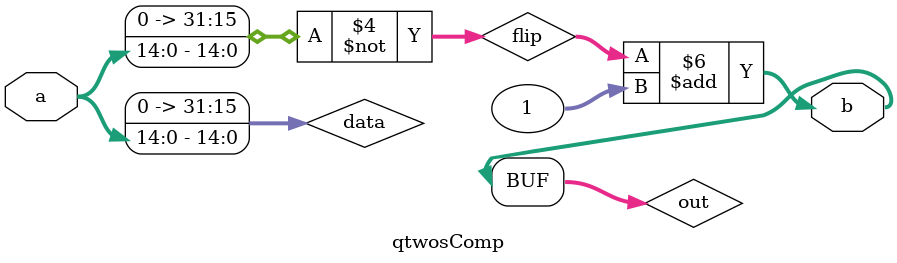
<source format=v>
`timescale 1ns / 1ps
module qtwosComp
(
    input	wire	[16 - 2 : 0]		a,
    output 	wire	[2 * 16 - 1 : 0]	b
);

reg	[2 *	16 - 1 : 0]	data	;
reg	[2 *	16 - 1 : 0]	flip	;
reg	[2 *	16 - 1 : 0]	out	;
	
//Parameterized values
parameter Q = 8;
parameter N = 16;
	
assign b = out;

always@(a)
	data <= a;//if you dont put the value into a 32b register, when you flip the bits it wont work right


always@(data)
	flip <= ~a;


always@(flip)
	out <= flip + 1;


endmodule

</source>
